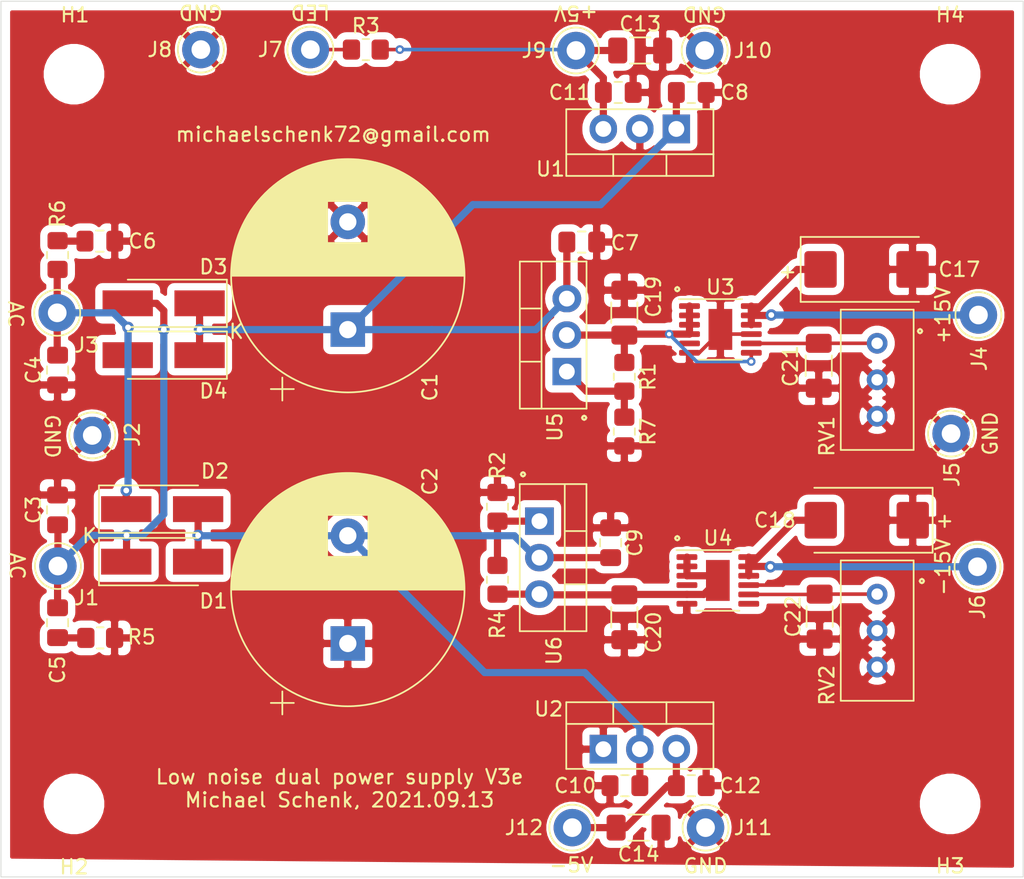
<source format=kicad_pcb>
(kicad_pcb (version 20171130) (host pcbnew "(5.1.10-0-10_14)")
  (layers (0 F.Cu signal) (31 B.Cu signal) (34 B.Paste user) (35 F.Paste user) (36 B.SilkS user) (37 F.SilkS user) (38 B.Mask user) (39 F.Mask user) (44 Edge.Cuts user))
  (net 0 "")
  (net 1 GND)
  (net 2 "Net-(C1-Pad1)")
  (net 3 "Net-(C4-Pad2)")
  (net 4 "Net-(C10-Pad2)")
  (net 5 "Net-(C11-Pad1)")
  (net 6 "Net-(C12-Pad2)")
  (net 7 "Net-(J7-Pad1)")
  (net 8 "Net-(C17-Pad1)")
  (net 9 "Net-(C18-Pad2)")
  (net 10 "Net-(C3-Pad1)")
  (net 11 "Net-(C5-Pad2)")
  (net 12 "Net-(C6-Pad2)")
  (net 13 "Net-(C19-Pad1)")
  (net 14 "Net-(C20-Pad2)")
  (net 15 "Net-(C21-Pad1)")
  (net 16 "Net-(C22-Pad2)")
  (net 17 "Net-(R1-Pad2)")
  (net 18 "Net-(R2-Pad2)")
  (module Resistor_SMD:R_0805_2012Metric_Pad1.20x1.40mm_HandSolder (layer F.Cu) (at 114.554 68.215 270)
    (fp_text reference R4 (at 3.159 0 90) (layer F.SilkS))
    (fp_text value 270R)
    (pad 2 smd roundrect (at 1 0 270) (size 1.2 1.4) (layers F.Cu F.Paste F.Mask) (roundrect_rratio 0.208333) (net 14 "Net-(C20-Pad2)"))
    (pad 1 smd roundrect (at -1 0 270) (size 1.2 1.4) (layers F.Cu F.Paste F.Mask) (roundrect_rratio 0.208333) (net 18 "Net-(R2-Pad2)"))
  )
  (module Resistor_SMD:R_0805_2012Metric_Pad1.20x1.40mm_HandSolder (layer F.Cu) (at 114.554 63.135 270)
    (fp_text reference R2 (at -2.8735 0 90) (layer F.SilkS))
    (fp_text value 3k3)
    (pad 2 smd roundrect (at 1 0 270) (size 1.2 1.4) (layers F.Cu F.Paste F.Mask) (roundrect_rratio 0.208333) (net 18 "Net-(R2-Pad2)"))
    (pad 1 smd roundrect (at -1 0 270) (size 1.2 1.4) (layers F.Cu F.Paste F.Mask) (roundrect_rratio 0.208333) (net 1 GND))
  )
  (module Package_TO_SOT_THT:TO-220-3_Vertical (layer F.Cu) (at 117.475 64.135 270)
    (fp_text reference U6 (at 9.017 -1.016 90) (layer F.SilkS))
    (fp_text value LM337_TO220)
    (pad 3 thru_hole oval (at 5.08 0 270) (size 1.905 2) (drill 1.1) (layers *.Cu *.Mask) (net 14 "Net-(C20-Pad2)"))
    (pad 2 thru_hole oval (at 2.54 0 270) (size 1.905 2) (drill 1.1) (layers *.Cu *.Mask) (net 4 "Net-(C10-Pad2)"))
    (pad 1 thru_hole rect (at 0 0 270) (size 1.905 2) (drill 1.1) (layers *.Cu *.Mask) (net 18 "Net-(R2-Pad2)"))
  )
  (module Package_TO_SOT_THT:TO-220-3_Vertical (layer F.Cu) (at 119.38 53.721 90)
    (fp_text reference U5 (at -3.8735 -0.8255 90) (layer F.SilkS))
    (fp_text value LM317_TO-220)
    (pad 3 thru_hole oval (at 5.08 0 90) (size 1.905 2) (drill 1.1) (layers *.Cu *.Mask) (net 2 "Net-(C1-Pad1)"))
    (pad 2 thru_hole oval (at 2.54 0 90) (size 1.905 2) (drill 1.1) (layers *.Cu *.Mask) (net 13 "Net-(C19-Pad1)"))
    (pad 1 thru_hole rect (at 0 0 90) (size 1.905 2) (drill 1.1) (layers *.Cu *.Mask) (net 17 "Net-(R1-Pad2)"))
  )
  (module Resistor_SMD:R_0805_2012Metric_Pad1.20x1.40mm_HandSolder (layer F.Cu) (at 123.3805 57.896 270)
    (fp_text reference R7 (at 0 -1.65 90) (layer F.SilkS))
    (fp_text value 3k3)
    (pad 2 smd roundrect (at 1 0 270) (size 1.2 1.4) (layers F.Cu F.Paste F.Mask) (roundrect_rratio 0.208333) (net 1 GND))
    (pad 1 smd roundrect (at -1 0 270) (size 1.2 1.4) (layers F.Cu F.Paste F.Mask) (roundrect_rratio 0.208333) (net 17 "Net-(R1-Pad2)"))
  )
  (module Resistor_SMD:R_0805_2012Metric_Pad1.20x1.40mm_HandSolder (layer F.Cu) (at 123.3805 54.086 270)
    (fp_text reference R1 (at 0 -1.65 90) (layer F.SilkS))
    (fp_text value 270R)
    (pad 2 smd roundrect (at 1 0 270) (size 1.2 1.4) (layers F.Cu F.Paste F.Mask) (roundrect_rratio 0.208333) (net 17 "Net-(R1-Pad2)"))
    (pad 1 smd roundrect (at -1 0 270) (size 1.2 1.4) (layers F.Cu F.Paste F.Mask) (roundrect_rratio 0.208333) (net 13 "Net-(C19-Pad1)"))
  )
  (module Capacitor_SMD:C_1206_3216Metric_Pad1.33x1.80mm_HandSolder (layer F.Cu) (at 124.3715 85.471 180)
    (fp_text reference C14 (at 0 -1.85) (layer F.SilkS))
    (fp_text value 10uF/25V)
    (pad 2 smd roundrect (at 1.5625 0 180) (size 1.325 1.8) (layers F.Cu F.Paste F.Mask) (roundrect_rratio 0.1886784905660377) (net 6 "Net-(C12-Pad2)"))
    (pad 1 smd roundrect (at -1.5625 0 180) (size 1.325 1.8) (layers F.Cu F.Paste F.Mask) (roundrect_rratio 0.1886784905660377) (net 1 GND))
  )
  (module Capacitor_SMD:C_1206_3216Metric_Pad1.33x1.80mm_HandSolder (layer F.Cu) (at 124.485 31.369)
    (fp_text reference C13 (at 0 -1.85) (layer F.SilkS))
    (fp_text value 10uF/25V)
    (pad 2 smd roundrect (at 1.5625 0) (size 1.325 1.8) (layers F.Cu F.Paste F.Mask) (roundrect_rratio 0.1886784905660377) (net 1 GND))
    (pad 1 smd roundrect (at -1.5625 0) (size 1.325 1.8) (layers F.Cu F.Paste F.Mask) (roundrect_rratio 0.1886784905660377) (net 5 "Net-(C11-Pad1)"))
  )
  (module Capacitor_SMD:C_0805_2012Metric_Pad1.18x1.45mm_HandSolder (layer F.Cu) (at 122.9575 34.29)
    (fp_text reference C11 (at -3.387 0) (layer F.SilkS))
    (fp_text value 100nF)
    (pad 2 smd roundrect (at 1.0375 0) (size 1.175 1.45) (layers F.Cu F.Paste F.Mask) (roundrect_rratio 0.2127659574468085) (net 1 GND))
    (pad 1 smd roundrect (at -1.0375 0) (size 1.175 1.45) (layers F.Cu F.Paste F.Mask) (roundrect_rratio 0.2127659574468085) (net 5 "Net-(C11-Pad1)"))
  )
  (module Resistor_SMD:R_0805_2012Metric_Pad1.20x1.40mm_HandSolder (layer F.Cu) (at 83.947 45.609 270)
    (fp_text reference R6 (at -2.8735 0 90) (layer F.SilkS))
    (fp_text value Rs/1/8W)
    (pad 2 smd roundrect (at 1 0 270) (size 1.2 1.4) (layers F.Cu F.Paste F.Mask) (roundrect_rratio 0.2083325) (net 3 "Net-(C4-Pad2)"))
    (pad 1 smd roundrect (at -1 0 270) (size 1.2 1.4) (layers F.Cu F.Paste F.Mask) (roundrect_rratio 0.2083325) (net 12 "Net-(C6-Pad2)"))
  )
  (module Resistor_SMD:R_0805_2012Metric_Pad1.20x1.40mm_HandSolder (layer F.Cu) (at 86.9155 72.263)
    (fp_text reference R5 (at 2.8735 -0.0635) (layer F.SilkS))
    (fp_text value Rs/1/8W)
    (pad 2 smd roundrect (at 1 0) (size 1.2 1.4) (layers F.Cu F.Paste F.Mask) (roundrect_rratio 0.2083325) (net 1 GND))
    (pad 1 smd roundrect (at -1 0) (size 1.2 1.4) (layers F.Cu F.Paste F.Mask) (roundrect_rratio 0.2083325) (net 11 "Net-(C5-Pad2)"))
  )
  (module Capacitor_SMD:C_1206_3216Metric_Pad1.33x1.80mm_HandSolder (layer F.Cu) (at 136.9695 70.7775 90)
    (fp_text reference C22 (at 0 -1.85 90) (layer F.SilkS))
    (fp_text value 4.7uF/25V)
    (pad 2 smd roundrect (at 1.5625 0 90) (size 1.325 1.8) (layers F.Cu F.Paste F.Mask) (roundrect_rratio 0.1886784905660377) (net 16 "Net-(C22-Pad2)"))
    (pad 1 smd roundrect (at -1.5625 0 90) (size 1.325 1.8) (layers F.Cu F.Paste F.Mask) (roundrect_rratio 0.1886784905660377) (net 1 GND))
  )
  (module Capacitor_SMD:C_1206_3216Metric_Pad1.33x1.80mm_HandSolder (layer F.Cu) (at 136.906 53.315 270)
    (fp_text reference C21 (at 0.025 1.9685 90) (layer F.SilkS))
    (fp_text value 4.7uF/25V)
    (pad 2 smd roundrect (at 1.5625 0 270) (size 1.325 1.8) (layers F.Cu F.Paste F.Mask) (roundrect_rratio 0.1886784905660377) (net 1 GND))
    (pad 1 smd roundrect (at -1.5625 0 270) (size 1.325 1.8) (layers F.Cu F.Paste F.Mask) (roundrect_rratio 0.1886784905660377) (net 15 "Net-(C21-Pad1)"))
  )
  (module Capacitor_SMD:C_1206_3216Metric_Pad1.33x1.80mm_HandSolder (layer F.Cu) (at 123.3805 70.8275 90)
    (fp_text reference C20 (at -1.0545 2.032 90) (layer F.SilkS))
    (fp_text value 4.7uF/25V)
    (pad 2 smd roundrect (at 1.5625 0 90) (size 1.325 1.8) (layers F.Cu F.Paste F.Mask) (roundrect_rratio 0.1886784905660377) (net 14 "Net-(C20-Pad2)"))
    (pad 1 smd roundrect (at -1.5625 0 90) (size 1.325 1.8) (layers F.Cu F.Paste F.Mask) (roundrect_rratio 0.1886784905660377) (net 1 GND))
  )
  (module Capacitor_SMD:C_1206_3216Metric_Pad1.33x1.80mm_HandSolder (layer F.Cu) (at 123.3805 49.6185 90)
    (fp_text reference C19 (at 1.1045 2.032 90) (layer F.SilkS))
    (fp_text value 4.7uF/25V)
    (pad 2 smd roundrect (at 1.5625 0 90) (size 1.325 1.8) (layers F.Cu F.Paste F.Mask) (roundrect_rratio 0.1886784905660377) (net 1 GND))
    (pad 1 smd roundrect (at -1.5625 0 90) (size 1.325 1.8) (layers F.Cu F.Paste F.Mask) (roundrect_rratio 0.1886784905660377) (net 13 "Net-(C19-Pad1)"))
  )
  (module Capacitor_SMD:C_0805_2012Metric_Pad1.18x1.45mm_HandSolder (layer F.Cu) (at 122.428 65.6375 270)
    (fp_text reference C9 (at 0 -1.68 90) (layer F.SilkS))
    (fp_text value 330nF)
    (pad 2 smd roundrect (at 1.0375 0 270) (size 1.175 1.45) (layers F.Cu F.Paste F.Mask) (roundrect_rratio 0.2127659574468085) (net 4 "Net-(C10-Pad2)"))
    (pad 1 smd roundrect (at -1.0375 0 270) (size 1.175 1.45) (layers F.Cu F.Paste F.Mask) (roundrect_rratio 0.2127659574468085) (net 1 GND))
  )
  (module Capacitor_SMD:C_0805_2012Metric_Pad1.18x1.45mm_HandSolder (layer F.Cu) (at 120.4175 44.704)
    (fp_text reference C7 (at 3.006 0.0635) (layer F.SilkS))
    (fp_text value 330nF)
    (pad 2 smd roundrect (at 1.0375 0) (size 1.175 1.45) (layers F.Cu F.Paste F.Mask) (roundrect_rratio 0.2127659574468085) (net 1 GND))
    (pad 1 smd roundrect (at -1.0375 0) (size 1.175 1.45) (layers F.Cu F.Paste F.Mask) (roundrect_rratio 0.2127659574468085) (net 2 "Net-(C1-Pad1)"))
  )
  (module Capacitor_SMD:C_0805_2012Metric_Pad1.18x1.45mm_HandSolder (layer F.Cu) (at 86.8895 44.6405 180)
    (fp_text reference C6 (at -2.963 0) (layer F.SilkS))
    (fp_text value Cs/50V)
    (pad 2 smd roundrect (at 1.0375 0 180) (size 1.175 1.45) (layers F.Cu F.Paste F.Mask) (roundrect_rratio 0.2127659574468085) (net 12 "Net-(C6-Pad2)"))
    (pad 1 smd roundrect (at -1.0375 0 180) (size 1.175 1.45) (layers F.Cu F.Paste F.Mask) (roundrect_rratio 0.2127659574468085) (net 1 GND))
  )
  (module Capacitor_SMD:C_0805_2012Metric_Pad1.18x1.45mm_HandSolder (layer F.Cu) (at 83.947 71.205 270)
    (fp_text reference C5 (at 3.2805 0 90) (layer F.SilkS))
    (fp_text value Cs/50V)
    (pad 2 smd roundrect (at 1.0375 0 270) (size 1.175 1.45) (layers F.Cu F.Paste F.Mask) (roundrect_rratio 0.2127659574468085) (net 11 "Net-(C5-Pad2)"))
    (pad 1 smd roundrect (at -1.0375 0 270) (size 1.175 1.45) (layers F.Cu F.Paste F.Mask) (roundrect_rratio 0.2127659574468085) (net 10 "Net-(C3-Pad1)"))
  )
  (module Capacitor_SMD:C_0805_2012Metric_Pad1.18x1.45mm_HandSolder (layer F.Cu) (at 83.947 53.6155 90)
    (fp_text reference C4 (at 0 -1.68 90) (layer F.SilkS))
    (fp_text value Cx/10nF/50V)
    (pad 2 smd roundrect (at 1.0375 0 90) (size 1.175 1.45) (layers F.Cu F.Paste F.Mask) (roundrect_rratio 0.2127659574468085) (net 3 "Net-(C4-Pad2)"))
    (pad 1 smd roundrect (at -1.0375 0 90) (size 1.175 1.45) (layers F.Cu F.Paste F.Mask) (roundrect_rratio 0.2127659574468085) (net 1 GND))
  )
  (module Capacitor_SMD:C_0805_2012Metric_Pad1.18x1.45mm_HandSolder (layer F.Cu) (at 83.947 63.3515 90)
    (fp_text reference C3 (at 0 -1.68 90) (layer F.SilkS))
    (fp_text value Cx/10nF/50V)
    (pad 2 smd roundrect (at 1.0375 0 90) (size 1.175 1.45) (layers F.Cu F.Paste F.Mask) (roundrect_rratio 0.2127659574468085) (net 1 GND))
    (pad 1 smd roundrect (at -1.0375 0 90) (size 1.175 1.45) (layers F.Cu F.Paste F.Mask) (roundrect_rratio 0.2127659574468085) (net 10 "Net-(C3-Pad1)"))
  )
  (module Capacitor_Tantalum_SMD:CP_EIA-7343-31_Kemet-D_Pad2.25x2.55mm_HandSolder (layer F.Cu) (at 140.2465 64.0715 180)
    (fp_text reference C18 (at 6.3885 0) (layer F.SilkS))
    (fp_text value 33uF)
    (pad 2 smd roundrect (at 3.2 0 180) (size 2.25 2.55) (layers F.Cu F.Paste F.Mask) (roundrect_rratio 0.1111106666666667) (net 9 "Net-(C18-Pad2)"))
    (pad 1 smd roundrect (at -3.2 0 180) (size 2.25 2.55) (layers F.Cu F.Paste F.Mask) (roundrect_rratio 0.1111106666666667) (net 1 GND))
  )
  (module Capacitor_Tantalum_SMD:CP_EIA-7343-31_Kemet-D_Pad2.25x2.55mm_HandSolder (layer F.Cu) (at 140.233 46.609)
    (fp_text reference C17 (at 6.452 0) (layer F.SilkS))
    (fp_text value 33uF)
    (pad 2 smd roundrect (at 3.2 0) (size 2.25 2.55) (layers F.Cu F.Paste F.Mask) (roundrect_rratio 0.1111106666666667) (net 1 GND))
    (pad 1 smd roundrect (at -3.2 0) (size 2.25 2.55) (layers F.Cu F.Paste F.Mask) (roundrect_rratio 0.1111106666666667) (net 8 "Net-(C17-Pad1)"))
  )
  (module Package_TO_SOT_THT:TO-220-3_Vertical (layer F.Cu) (at 121.92 80.01)
    (fp_text reference U2 (at -3.81 -2.794) (layer F.SilkS))
    (fp_text value LM7905_TO220)
    (pad 3 thru_hole oval (at 5.08 0) (size 1.905 2) (drill 1.1) (layers *.Cu *.Mask) (net 6 "Net-(C12-Pad2)"))
    (pad 2 thru_hole oval (at 2.54 0) (size 1.905 2) (drill 1.1) (layers *.Cu *.Mask) (net 4 "Net-(C10-Pad2)"))
    (pad 1 thru_hole rect (at 0 0) (size 1.905 2) (drill 1.1) (layers *.Cu *.Mask) (net 1 GND))
  )
  (module Package_TO_SOT_THT:TO-220-3_Vertical (layer F.Cu) (at 127 36.83 180)
    (fp_text reference U1 (at 8.763 -2.794) (layer F.SilkS))
    (fp_text value LM7805_TO220)
    (pad 3 thru_hole oval (at 5.08 0 180) (size 1.905 2) (drill 1.1) (layers *.Cu *.Mask) (net 5 "Net-(C11-Pad1)"))
    (pad 2 thru_hole oval (at 2.54 0 180) (size 1.905 2) (drill 1.1) (layers *.Cu *.Mask) (net 1 GND))
    (pad 1 thru_hole rect (at 0 0 180) (size 1.905 2) (drill 1.1) (layers *.Cu *.Mask) (net 2 "Net-(C1-Pad1)"))
  )
  (module Diode_SMD:D_SMA_Handsoldering (layer F.Cu) (at 91.3276 52.578 180)
    (fp_text reference D4 (at -3.4652 -2.5) (layer F.SilkS))
    (fp_text value BYG20D)
    (pad 2 smd rect (at 2.5 0 180) (size 3.5 1.8) (layers F.Cu F.Paste F.Mask) (net 3 "Net-(C4-Pad2)"))
    (pad 1 smd rect (at -2.5 0 180) (size 3.5 1.8) (layers F.Cu F.Paste F.Mask) (net 2 "Net-(C1-Pad1)"))
  )
  (module Diode_SMD:D_SMA_Handsoldering (layer F.Cu) (at 91.3276 48.9712 180)
    (fp_text reference D3 (at -3.4652 2.54) (layer F.SilkS))
    (fp_text value BYG20D)
    (pad 2 smd rect (at 2.5 0 180) (size 3.5 1.8) (layers F.Cu F.Paste F.Mask) (net 10 "Net-(C3-Pad1)"))
    (pad 1 smd rect (at -2.5 0 180) (size 3.5 1.8) (layers F.Cu F.Paste F.Mask) (net 2 "Net-(C1-Pad1)"))
  )
  (module Diode_SMD:D_SMA_Handsoldering (layer F.Cu) (at 91.226 63.2968)
    (fp_text reference D2 (at 3.6684 -2.6416) (layer F.SilkS))
    (fp_text value BYG20D)
    (pad 2 smd rect (at 2.5 0) (size 3.5 1.8) (layers F.Cu F.Paste F.Mask) (net 4 "Net-(C10-Pad2)"))
    (pad 1 smd rect (at -2.5 0) (size 3.5 1.8) (layers F.Cu F.Paste F.Mask) (net 3 "Net-(C4-Pad2)"))
  )
  (module Diode_SMD:D_SMA_Handsoldering (layer F.Cu) (at 91.226 66.9544)
    (fp_text reference D1 (at 3.5668 2.7432) (layer F.SilkS))
    (fp_text value BYG20D)
    (pad 2 smd rect (at 2.5 0) (size 3.5 1.8) (layers F.Cu F.Paste F.Mask) (net 4 "Net-(C10-Pad2)"))
    (pad 1 smd rect (at -2.5 0) (size 3.5 1.8) (layers F.Cu F.Paste F.Mask) (net 10 "Net-(C3-Pad1)"))
  )
  (module Package_SO:MSOP-12-1EP_3x4mm_P0.65mm_EP1.65x2.85mm (layer F.Cu) (at 129.8866 68.2619)
    (fp_text reference U4 (at 0 -2.95) (layer F.SilkS))
    (fp_text value LT3094xMSE)
    (pad 13 smd rect (at 0 0) (size 1.65 2.85) (layers F.Cu F.Mask) (net 14 "Net-(C20-Pad2)"))
    (pad 12 smd roundrect (at 2.15 -1.625) (size 1.45 0.4) (layers F.Cu F.Paste F.Mask) (net 9 "Net-(C18-Pad2)"))
    (pad 11 smd roundrect (at 2.15 -0.975) (size 1.45 0.4) (layers F.Cu F.Paste F.Mask) (net 9 "Net-(C18-Pad2)"))
    (pad 10 smd roundrect (at 2.15 -0.325) (size 1.45 0.4) (layers F.Cu F.Paste F.Mask) (net 9 "Net-(C18-Pad2)"))
    (pad 9 smd roundrect (at 2.15 0.325) (size 1.45 0.4) (layers F.Cu F.Paste F.Mask) (net 1 GND))
    (pad 8 smd roundrect (at 2.15 0.975) (size 1.45 0.4) (layers F.Cu F.Paste F.Mask) (net 16 "Net-(C22-Pad2)"))
    (pad 7 smd roundrect (at 2.15 1.625) (size 1.45 0.4) (layers F.Cu F.Paste F.Mask))
    (pad 6 smd roundrect (at -2.15 1.625) (size 1.45 0.4) (layers F.Cu F.Paste F.Mask) (net 1 GND))
    (pad 5 smd roundrect (at -2.15 0.975) (size 1.45 0.4) (layers F.Cu F.Paste F.Mask) (net 14 "Net-(C20-Pad2)"))
    (pad 4 smd roundrect (at -2.15 0.325) (size 1.45 0.4) (layers F.Cu F.Paste F.Mask))
    (pad 3 smd roundrect (at -2.15 -0.325) (size 1.45 0.4) (layers F.Cu F.Paste F.Mask) (net 14 "Net-(C20-Pad2)"))
    (pad 2 smd roundrect (at -2.15 -0.975) (size 1.45 0.4) (layers F.Cu F.Paste F.Mask) (net 14 "Net-(C20-Pad2)"))
    (pad 1 smd roundrect (at -2.15 -1.625) (size 1.45 0.4) (layers F.Cu F.Paste F.Mask) (net 14 "Net-(C20-Pad2)"))
  )
  (module Capacitor_THT:CP_Radial_D16.0mm_P7.50mm (layer F.Cu) (at 104.14 72.651 90)
    (fp_text reference C2 (at 11.2846 5.715 90) (layer F.SilkS))
    (fp_text value 2200uF)
    (pad 2 thru_hole circle (at 7.5 0 90) (size 2.4 2.4) (drill 1.2) (layers *.Cu *.Mask) (net 4 "Net-(C10-Pad2)"))
    (pad 1 thru_hole rect (at 0 0 90) (size 2.4 2.4) (drill 1.2) (layers *.Cu *.Mask) (net 1 GND))
  )
  (module Capacitor_THT:CP_Radial_D16.0mm_P7.50mm (layer F.Cu) (at 104.14 50.8 90)
    (fp_text reference C1 (at -4.0132 5.715 90) (layer F.SilkS))
    (fp_text value 2200uF)
    (pad 2 thru_hole circle (at 7.5 0 90) (size 2.4 2.4) (drill 1.2) (layers *.Cu *.Mask) (net 1 GND))
    (pad 1 thru_hole rect (at 0 0 90) (size 2.4 2.4) (drill 1.2) (layers *.Cu *.Mask) (net 2 "Net-(C1-Pad1)"))
  )
  (module Resistor_SMD:R_0805_2012Metric_Pad1.20x1.40mm_HandSolder (layer F.Cu) (at 105.394 31.3055)
    (fp_text reference R3 (at 0 -1.65) (layer F.SilkS))
    (fp_text value 240R)
    (pad 2 smd roundrect (at 1 0) (size 1.2 1.4) (layers F.Cu F.Paste F.Mask) (roundrect_rratio 0.2083325) (net 5 "Net-(C11-Pad1)"))
    (pad 1 smd roundrect (at -1 0) (size 1.2 1.4) (layers F.Cu F.Paste F.Mask) (roundrect_rratio 0.2083325) (net 7 "Net-(J7-Pad1)"))
  )
  (module Connector_Pin:Pin_D1.3mm_L11.0mm (layer F.Cu) (at 119.761 85.471)
    (fp_text reference J12 (at -3.3655 0) (layer F.SilkS))
    (fp_text value -5V)
    (pad 1 thru_hole circle (at 0 0) (size 2.6 2.6) (drill 1.3) (layers *.Cu *.Mask) (net 6 "Net-(C12-Pad2)"))
  )
  (module Connector_Pin:Pin_D1.3mm_L11.0mm (layer F.Cu) (at 129.032 85.471)
    (fp_text reference J11 (at 3.302 0) (layer F.SilkS))
    (fp_text value GND)
    (pad 1 thru_hole circle (at 0 0) (size 2.6 2.6) (drill 1.3) (layers *.Cu *.Mask) (net 1 GND))
  )
  (module Connector_Pin:Pin_D1.3mm_L11.0mm (layer F.Cu) (at 128.9685 31.369)
    (fp_text reference J10 (at 3.3655 0) (layer F.SilkS))
    (fp_text value GND)
    (pad 1 thru_hole circle (at 0 0) (size 2.6 2.6) (drill 1.3) (layers *.Cu *.Mask) (net 1 GND))
  )
  (module Connector_Pin:Pin_D1.3mm_L11.0mm (layer F.Cu) (at 120.015 31.369)
    (fp_text reference J9 (at -2.921 0 180) (layer F.SilkS))
    (fp_text value +5V)
    (pad 1 thru_hole circle (at 0 0) (size 2.6 2.6) (drill 1.3) (layers *.Cu *.Mask) (net 5 "Net-(C11-Pad1)"))
  )
  (module Connector_Pin:Pin_D1.3mm_L11.0mm (layer F.Cu) (at 93.9165 31.3055)
    (fp_text reference J8 (at -2.8575 0) (layer F.SilkS))
    (fp_text value GND)
    (pad 1 thru_hole circle (at 0 0) (size 2.6 2.6) (drill 1.3) (layers *.Cu *.Mask) (net 1 GND))
  )
  (module Connector_Pin:Pin_D1.3mm_L11.0mm (layer F.Cu) (at 101.5365 31.3055)
    (fp_text reference J7 (at -2.794 0) (layer F.SilkS))
    (fp_text value LED)
    (pad 1 thru_hole circle (at 0 0) (size 2.6 2.6) (drill 1.3) (layers *.Cu *.Mask) (net 7 "Net-(J7-Pad1)"))
  )
  (module Capacitor_SMD:C_0805_2012Metric_Pad1.18x1.45mm_HandSolder (layer F.Cu) (at 128.0375 82.55 180)
    (fp_text reference C12 (at -3.4075 0) (layer F.SilkS))
    (fp_text value 100nF)
    (pad 2 smd roundrect (at 1.0375 0 180) (size 1.175 1.45) (layers F.Cu F.Paste F.Mask) (roundrect_rratio 0.2127659574468085) (net 6 "Net-(C12-Pad2)"))
    (pad 1 smd roundrect (at -1.0375 0 180) (size 1.175 1.45) (layers F.Cu F.Paste F.Mask) (roundrect_rratio 0.2127659574468085) (net 1 GND))
  )
  (module Capacitor_SMD:C_0805_2012Metric_Pad1.18x1.45mm_HandSolder (layer F.Cu) (at 123.4225 82.55)
    (fp_text reference C10 (at -3.471 0) (layer F.SilkS))
    (fp_text value 330nF)
    (pad 2 smd roundrect (at 1.0375 0) (size 1.175 1.45) (layers F.Cu F.Paste F.Mask) (roundrect_rratio 0.2127659574468085) (net 4 "Net-(C10-Pad2)"))
    (pad 1 smd roundrect (at -1.0375 0) (size 1.175 1.45) (layers F.Cu F.Paste F.Mask) (roundrect_rratio 0.2127659574468085) (net 1 GND))
  )
  (module Capacitor_SMD:C_0805_2012Metric_Pad1.18x1.45mm_HandSolder (layer F.Cu) (at 128.0375 34.29)
    (fp_text reference C8 (at 3.0265 0) (layer F.SilkS))
    (fp_text value 330nF)
    (pad 2 smd roundrect (at 1.0375 0) (size 1.175 1.45) (layers F.Cu F.Paste F.Mask) (roundrect_rratio 0.2127659574468085) (net 1 GND))
    (pad 1 smd roundrect (at -1.0375 0) (size 1.175 1.45) (layers F.Cu F.Paste F.Mask) (roundrect_rratio 0.2127659574468085) (net 2 "Net-(C1-Pad1)"))
  )
  (module Potentiometer_THT:Potentiometer_Bourns_3296W_Vertical (layer F.Cu) (at 140.97 69.215 90)
    (fp_text reference RV2 (at -6.35 -3.4925 90) (layer F.SilkS))
    (fp_text value 200k)
    (pad 3 thru_hole circle (at -5.08 0 90) (size 1.44 1.44) (drill 0.8) (layers *.Cu *.Mask) (net 1 GND))
    (pad 2 thru_hole circle (at -2.54 0 90) (size 1.44 1.44) (drill 0.8) (layers *.Cu *.Mask) (net 1 GND))
    (pad 1 thru_hole circle (at 0 0 90) (size 1.44 1.44) (drill 0.8) (layers *.Cu *.Mask) (net 16 "Net-(C22-Pad2)"))
  )
  (module Package_SO:MSOP-12-1EP_3x4mm_P0.65mm_EP1.65x2.85mm (layer F.Cu) (at 130.0644 50.7879)
    (fp_text reference U3 (at 0 -2.95) (layer F.SilkS))
    (fp_text value LT3045xMSE)
    (pad 13 smd rect (at 0 0) (size 1.65 2.85) (layers F.Cu F.Mask) (net 1 GND))
    (pad 12 smd roundrect (at 2.15 -1.625) (size 1.45 0.4) (layers F.Cu F.Paste F.Mask) (net 8 "Net-(C17-Pad1)"))
    (pad 11 smd roundrect (at 2.15 -0.975) (size 1.45 0.4) (layers F.Cu F.Paste F.Mask) (net 8 "Net-(C17-Pad1)"))
    (pad 10 smd roundrect (at 2.15 -0.325) (size 1.45 0.4) (layers F.Cu F.Paste F.Mask) (net 8 "Net-(C17-Pad1)"))
    (pad 9 smd roundrect (at 2.15 0.325) (size 1.45 0.4) (layers F.Cu F.Paste F.Mask) (net 1 GND))
    (pad 8 smd roundrect (at 2.15 0.975) (size 1.45 0.4) (layers F.Cu F.Paste F.Mask) (net 15 "Net-(C21-Pad1)"))
    (pad 7 smd roundrect (at 2.15 1.625) (size 1.45 0.4) (layers F.Cu F.Paste F.Mask) (net 13 "Net-(C19-Pad1)"))
    (pad 6 smd roundrect (at -2.15 1.625) (size 1.45 0.4) (layers F.Cu F.Paste F.Mask) (net 1 GND))
    (pad 5 smd roundrect (at -2.15 0.975) (size 1.45 0.4) (layers F.Cu F.Paste F.Mask))
    (pad 4 smd roundrect (at -2.15 0.325) (size 1.45 0.4) (layers F.Cu F.Paste F.Mask) (net 13 "Net-(C19-Pad1)"))
    (pad 3 smd roundrect (at -2.15 -0.325) (size 1.45 0.4) (layers F.Cu F.Paste F.Mask) (net 13 "Net-(C19-Pad1)"))
    (pad 2 smd roundrect (at -2.15 -0.975) (size 1.45 0.4) (layers F.Cu F.Paste F.Mask) (net 13 "Net-(C19-Pad1)"))
    (pad 1 smd roundrect (at -2.15 -1.625) (size 1.45 0.4) (layers F.Cu F.Paste F.Mask) (net 13 "Net-(C19-Pad1)"))
  )
  (module Potentiometer_THT:Potentiometer_Bourns_3296W_Vertical (layer F.Cu) (at 140.97 51.7525 90)
    (fp_text reference RV1 (at -6.477 -3.4925 90) (layer F.SilkS))
    (fp_text value 200k)
    (pad 3 thru_hole circle (at -5.08 0 90) (size 1.44 1.44) (drill 0.8) (layers *.Cu *.Mask) (net 1 GND))
    (pad 2 thru_hole circle (at -2.54 0 90) (size 1.44 1.44) (drill 0.8) (layers *.Cu *.Mask) (net 1 GND))
    (pad 1 thru_hole circle (at 0 0 90) (size 1.44 1.44) (drill 0.8) (layers *.Cu *.Mask) (net 15 "Net-(C21-Pad1)"))
  )
  (module Connector_Pin:Pin_D1.3mm_L11.0mm (layer F.Cu) (at 147.955 67.31)
    (fp_text reference J6 (at 0 2.794 90) (layer F.SilkS))
    (fp_text value -15V)
    (pad 1 thru_hole circle (at 0 0) (size 2.6 2.6) (drill 1.3) (layers *.Cu *.Mask) (net 9 "Net-(C18-Pad2)"))
  )
  (module Connector_Pin:Pin_D1.3mm_L11.0mm (layer F.Cu) (at 146.1135 58.039)
    (fp_text reference J5 (at 0.0635 2.8575 90) (layer F.SilkS))
    (fp_text value GND)
    (pad 1 thru_hole circle (at 0 0) (size 2.6 2.6) (drill 1.3) (layers *.Cu *.Mask) (net 1 GND))
  )
  (module Connector_Pin:Pin_D1.3mm_L11.0mm (layer F.Cu) (at 148.0185 49.784)
    (fp_text reference J4 (at 0.0635 3.048 90) (layer F.SilkS))
    (fp_text value +15V)
    (pad 1 thru_hole circle (at 0 0) (size 2.6 2.6) (drill 1.3) (layers *.Cu *.Mask) (net 8 "Net-(C17-Pad1)"))
  )
  (module Connector_Pin:Pin_D1.3mm_L11.0mm (layer F.Cu) (at 83.9216 49.6316)
    (fp_text reference J3 (at 2.0574 2.2479 180) (layer F.SilkS))
    (fp_text value AC)
    (pad 1 thru_hole circle (at 0 0) (size 2.6 2.6) (drill 1.3) (layers *.Cu *.Mask) (net 3 "Net-(C4-Pad2)"))
  )
  (module Connector_Pin:Pin_D1.3mm_L11.0mm (layer F.Cu) (at 86.36 58.166)
    (fp_text reference J2 (at 2.794 -0.0635 270) (layer F.SilkS))
    (fp_text value GND)
    (pad 1 thru_hole circle (at 0 0) (size 2.6 2.6) (drill 1.3) (layers *.Cu *.Mask) (net 1 GND))
  )
  (module Connector_Pin:Pin_D1.3mm_L11.0mm (layer F.Cu) (at 83.9724 67.2592)
    (fp_text reference J1 (at 2.0066 2.2098) (layer F.SilkS))
    (fp_text value AC)
    (pad 1 thru_hole circle (at 0 0) (size 2.6 2.6) (drill 1.3) (layers *.Cu *.Mask) (net 10 "Net-(C3-Pad1)"))
  )
  (module MountingHole:MountingHole_3.2mm_M3 (layer F.Cu) (at 146.05 33.02)
    (fp_text reference H4 (at 0 -4.1275) (layer F.SilkS))
    (fp_text value MountingHole)
    (pad 1 np_thru_hole circle (at 0 0) (size 3.2 3.2) (drill 3.2) (layers *.Cu *.Mask))
  )
  (module MountingHole:MountingHole_3.2mm_M3 (layer F.Cu) (at 146.05 83.82)
    (fp_text reference H3 (at 0 4.318) (layer F.SilkS))
    (fp_text value MountingHole)
    (pad 1 np_thru_hole circle (at 0 0) (size 3.2 3.2) (drill 3.2) (layers *.Cu *.Mask))
  )
  (module MountingHole:MountingHole_3.2mm_M3 (layer F.Cu) (at 85.09 83.82)
    (fp_text reference H2 (at 0 4.3815) (layer F.SilkS))
    (fp_text value MountingHole)
    (pad 1 np_thru_hole circle (at 0 0) (size 3.2 3.2) (drill 3.2) (layers *.Cu *.Mask))
  )
  (module MountingHole:MountingHole_3.2mm_M3 (layer F.Cu) (at 85.09 33.02)
    (fp_text reference H1 (at 0.0635 -4.1275) (layer F.SilkS))
    (fp_text value MountingHole)
    (pad 1 np_thru_hole circle (at 0 0) (size 3.2 3.2) (drill 3.2) (layers *.Cu *.Mask))
  )
  (gr_text ° (at 116.332 61.2775) (layer F.SilkS) (effects (font (size 1 1))))
  (gr_text ° (at 120.5865 57.3405) (layer F.SilkS) (effects (font (size 1 1))))
  (gr_text + (at 145.669 64.0715) (layer F.SilkS) (effects (font (size 1 1))))
  (gr_text + (at 134.747 46.736) (layer F.SilkS) (effects (font (size 1 1))))
  (gr_text ° (at 144.0815 68.707) (layer F.SilkS) (effects (font (size 1 1))))
  (gr_text ° (at 143.9545 51.308) (layer F.SilkS) (effects (font (size 1 1))))
  (gr_text ° (at 127.0635 65.7225) (layer F.SilkS) (effects (font (size 1 1))))
  (gr_text ° (at 127.0635 48.387) (layer F.SilkS) (effects (font (size 1 1))))
  (gr_text K (at 86.1695 65.151) (layer F.SilkS) (effects (font (size 1 1))))
  (gr_text K (at 96.393 50.927) (layer F.SilkS) (effects (font (size 1 1))))
  (gr_text "Low noise dual power supply V3e\nMichael Schenk, 2021.09.13" (at 103.5685 82.7405) (layer F.SilkS) (effects (font (size 1 1))))
  (gr_text GND (at 128.9685 28.829 180) (layer F.SilkS) (effects (font (size 1 1))))
  (gr_text +5V (at 120.015 28.7655 180) (layer F.SilkS) (effects (font (size 1 1))))
  (gr_text -5V (at 119.6975 88.0745) (layer F.SilkS) (effects (font (size 1 1))))
  (gr_text GND (at 129.032 88.138) (layer F.SilkS) (effects (font (size 1 1))))
  (gr_text GND (at 93.9165 28.702 180) (layer F.SilkS) (effects (font (size 1 1))))
  (gr_text LED (at 101.5365 28.702 180) (layer F.SilkS) (effects (font (size 1 1))))
  (gr_line (start 80.01 27.94) (end 80.01 88.9) (layer Edge.Cuts) (width 0.05))
  (gr_line (start 151.13 27.94) (end 80.01 27.94) (layer Edge.Cuts) (width 0.05))
  (gr_line (start 151.13 88.9) (end 151.13 27.94) (layer Edge.Cuts) (width 0.05))
  (gr_line (start 80.01 88.9) (end 151.13 88.9) (layer Edge.Cuts) (width 0.05))
  (gr_text michaelschenk72@gmail.com (at 103.124 37.211) (layer F.SilkS) (effects (font (size 1 1))))
  (gr_text GND (at 83.566 58.2295 270) (layer F.SilkS) (effects (font (size 1 1))))
  (gr_text AC (at 81.1276 67.2592 270) (layer F.SilkS) (effects (font (size 1 1))))
  (gr_text AC (at 81.026 49.7332 270) (layer F.SilkS) (effects (font (size 1 1))))
  (gr_text -15V (at 145.542 67.31 90) (layer F.SilkS) (effects (font (size 1 1))))
  (gr_text GND (at 148.844 58.039 90) (layer F.SilkS) (effects (font (size 1 1))))
  (gr_text +15V (at 145.542 49.784 90) (layer F.SilkS) (effects (font (size 1 1))))
  (segment (start 130.0644 50.9879) (end 130.0644 50.7879) (width 0.25) (layer F.Cu) (net 1))
  (segment (start 130.3894 51.1129) (end 130.0644 50.7879) (width 0.25) (layer F.Cu) (net 1))
  (segment (start 132.2144 51.1129) (end 130.3894 51.1129) (width 0.25) (layer F.Cu) (net 1))
  (segment (start 130.0644 50.938958) (end 130.0644 50.7879) (width 0.25) (layer F.Cu) (net 1))
  (segment (start 128.590458 52.4129) (end 130.0644 50.938958) (width 0.25) (layer F.Cu) (net 1))
  (segment (start 127.9144 52.4129) (end 128.590458 52.4129) (width 0.25) (layer F.Cu) (net 1))
  (segment (start 127.7112 69.96231) (end 127.7366 69.93691) (width 0.5) (layer F.Cu) (net 1))
  (segment (start 132.0805 68.6308) (end 132.0366 68.5869) (width 0.25) (layer F.Cu) (net 1))
  (segment (start 127.7112 71.0692) (end 127.7112 69.96231) (width 0.5) (layer F.Cu) (net 1))
  (segment (start 132.0366 68.5869) (end 134.4226 68.5869) (width 0.25) (layer F.Cu) (net 1))
  (segment (start 134.4226 68.5869) (end 136.5885 66.421) (width 0.25) (layer F.Cu) (net 1))
  (segment (start 93.8276 52.244) (end 93.7984 52.2732) (width 0.5) (layer F.Cu) (net 2))
  (via (at 93.8276 50.8) (size 0.8) (drill 0.4) (layers F.Cu B.Cu) (net 2))
  (segment (start 93.8276 50.8) (end 93.8276 48.9712) (width 0.5) (layer F.Cu) (net 2))
  (segment (start 93.8276 50.8) (end 93.8276 52.578) (width 0.5) (layer F.Cu) (net 2))
  (segment (start 104.14 50.8) (end 109.982 50.8) (width 0.5) (layer B.Cu) (net 2))
  (segment (start 127 36.83) (end 127 34.29) (width 0.5) (layer F.Cu) (net 2))
  (segment (start 104.14 50.8) (end 93.8276 50.8) (width 0.5) (layer B.Cu) (net 2))
  (segment (start 119.38 48.641) (end 119.38 44.704) (width 0.5) (layer F.Cu) (net 2))
  (segment (start 117.221 50.8) (end 119.38 48.641) (width 0.5) (layer B.Cu) (net 2))
  (segment (start 109.982 50.8) (end 117.221 50.8) (width 0.5) (layer B.Cu) (net 2))
  (segment (start 121.7295 42.1005) (end 127 36.83) (width 0.5) (layer B.Cu) (net 2))
  (segment (start 112.8395 42.1005) (end 121.7295 42.1005) (width 0.5) (layer B.Cu) (net 2))
  (segment (start 104.14 50.8) (end 112.8395 42.1005) (width 0.5) (layer B.Cu) (net 2))
  (segment (start 88.726 63.2968) (end 88.726 61.9976) (width 0.5) (layer F.Cu) (net 3))
  (segment (start 87.8332 49.6316) (end 88.8492 50.6476) (width 0.5) (layer B.Cu) (net 3))
  (via (at 88.8492 50.6476) (size 0.8) (drill 0.4) (layers F.Cu B.Cu) (net 3))
  (segment (start 83.9216 49.6316) (end 87.8332 49.6316) (width 0.5) (layer B.Cu) (net 3))
  (segment (start 88.8492 52.5564) (end 88.8276 52.578) (width 0.5) (layer F.Cu) (net 3))
  (segment (start 88.8492 50.6476) (end 88.8492 52.5564) (width 0.5) (layer F.Cu) (net 3))
  (via (at 88.726 61.9976) (size 0.8) (drill 0.4) (layers F.Cu B.Cu) (net 3))
  (segment (start 88.8492 61.8744) (end 88.726 61.9976) (width 0.5) (layer B.Cu) (net 3))
  (segment (start 88.8492 50.6476) (end 88.8492 61.8744) (width 0.5) (layer B.Cu) (net 3))
  (segment (start 83.9216 52.5526) (end 83.947 52.578) (width 0.5) (layer F.Cu) (net 3))
  (segment (start 83.9216 49.6316) (end 83.9216 52.5526) (width 0.5) (layer F.Cu) (net 3))
  (segment (start 83.9216 46.6344) (end 83.947 46.609) (width 0.5) (layer F.Cu) (net 3))
  (segment (start 83.9216 49.6316) (end 83.9216 46.6344) (width 0.5) (layer F.Cu) (net 3))
  (via (at 93.726 65.1256) (size 0.8) (drill 0.4) (layers F.Cu B.Cu) (net 4))
  (segment (start 93.726 65.1256) (end 93.726 63.2968) (width 0.5) (layer F.Cu) (net 4))
  (segment (start 93.726 65.1256) (end 93.726 66.9544) (width 0.5) (layer F.Cu) (net 4))
  (segment (start 124.46 82.55) (end 124.46 80.01) (width 0.5) (layer F.Cu) (net 4))
  (segment (start 93.7514 65.151) (end 93.726 65.1256) (width 0.5) (layer B.Cu) (net 4))
  (segment (start 104.14 65.151) (end 93.7514 65.151) (width 0.5) (layer B.Cu) (net 4))
  (segment (start 122.428 66.675) (end 117.475 66.675) (width 0.5) (layer F.Cu) (net 4))
  (segment (start 117.252498 66.675) (end 115.728498 65.151) (width 0.5) (layer B.Cu) (net 4))
  (segment (start 117.475 66.675) (end 117.252498 66.675) (width 0.5) (layer B.Cu) (net 4))
  (segment (start 115.728498 65.151) (end 104.14 65.151) (width 0.5) (layer B.Cu) (net 4))
  (segment (start 104.14 65.151) (end 113.665 74.676) (width 0.5) (layer B.Cu) (net 4))
  (segment (start 124.46 78.51) (end 124.46 80.01) (width 0.5) (layer B.Cu) (net 4))
  (segment (start 120.626 74.676) (end 124.46 78.51) (width 0.5) (layer B.Cu) (net 4))
  (segment (start 113.665 74.676) (end 120.626 74.676) (width 0.5) (layer B.Cu) (net 4))
  (via (at 107.7595 31.3055) (size 0.6) (drill 0.3) (layers F.Cu B.Cu) (net 5))
  (segment (start 106.394 31.3055) (end 107.7595 31.3055) (width 0.25) (layer F.Cu) (net 5))
  (segment (start 119.9515 31.3055) (end 120.015 31.369) (width 0.25) (layer B.Cu) (net 5))
  (segment (start 107.7595 31.3055) (end 119.9515 31.3055) (width 0.25) (layer B.Cu) (net 5))
  (segment (start 121.92 36.83) (end 121.92 34.29) (width 0.5) (layer F.Cu) (net 5))
  (segment (start 120.015 31.369) (end 122.9225 31.369) (width 0.5) (layer F.Cu) (net 5))
  (segment (start 121.92 34.29) (end 121.92 33.274) (width 0.5) (layer F.Cu) (net 5))
  (segment (start 121.92 33.274) (end 120.015 31.369) (width 0.5) (layer F.Cu) (net 5))
  (segment (start 127 82.55) (end 127 80.01) (width 0.5) (layer F.Cu) (net 6))
  (segment (start 126.3925 82.55) (end 127 82.55) (width 0.5) (layer F.Cu) (net 6))
  (segment (start 123.4715 85.471) (end 126.3925 82.55) (width 0.5) (layer F.Cu) (net 6))
  (segment (start 122.809 85.471) (end 123.4715 85.471) (width 0.5) (layer F.Cu) (net 6))
  (segment (start 122.809 85.471) (end 119.761 85.471) (width 0.5) (layer F.Cu) (net 6))
  (segment (start 104.394 31.3055) (end 101.5365 31.3055) (width 0.25) (layer F.Cu) (net 7))
  (segment (start 132.2144 49.1629) (end 132.2144 50.4629) (width 0.5) (layer F.Cu) (net 8))
  (segment (start 147.9931 49.8094) (end 148.0185 49.784) (width 0.5) (layer B.Cu) (net 8))
  (segment (start 135.4183 46.609) (end 132.2144 49.8129) (width 0.5) (layer F.Cu) (net 8))
  (segment (start 137.033 46.609) (end 135.4183 46.609) (width 0.5) (layer F.Cu) (net 8))
  (via (at 133.604 49.784) (size 0.8) (drill 0.4) (layers F.Cu B.Cu) (net 8))
  (segment (start 133.5751 49.8129) (end 133.604 49.784) (width 0.5) (layer F.Cu) (net 8))
  (segment (start 132.2144 49.8129) (end 133.5751 49.8129) (width 0.5) (layer F.Cu) (net 8))
  (segment (start 133.604 49.784) (end 148.0185 49.784) (width 0.5) (layer B.Cu) (net 8))
  (segment (start 132.0385 67.285) (end 132.0366 67.2869) (width 0.5) (layer F.Cu) (net 9))
  (segment (start 132.0366 66.6369) (end 132.0366 67.9369) (width 0.5) (layer F.Cu) (net 9))
  (segment (start 147.9296 67.2846) (end 147.955 67.31) (width 0.5) (layer B.Cu) (net 9))
  (segment (start 135.252 64.0715) (end 132.0366 67.2869) (width 0.5) (layer F.Cu) (net 9))
  (segment (start 137.0465 64.0715) (end 135.252 64.0715) (width 0.5) (layer F.Cu) (net 9))
  (via (at 133.5405 67.31) (size 0.8) (drill 0.4) (layers F.Cu B.Cu) (net 9))
  (segment (start 133.5174 67.2869) (end 133.5405 67.31) (width 0.5) (layer F.Cu) (net 9))
  (segment (start 132.0366 67.2869) (end 133.5174 67.2869) (width 0.5) (layer F.Cu) (net 9))
  (segment (start 133.5405 67.31) (end 147.955 67.31) (width 0.5) (layer B.Cu) (net 9))
  (segment (start 83.9724 67.2592) (end 86.106 65.1256) (width 0.5) (layer B.Cu) (net 10))
  (via (at 88.7476 65.1256) (size 0.8) (drill 0.4) (layers F.Cu B.Cu) (net 10))
  (segment (start 86.106 65.1256) (end 88.7476 65.1256) (width 0.5) (layer B.Cu) (net 10))
  (segment (start 88.7476 66.9328) (end 88.726 66.9544) (width 0.5) (layer F.Cu) (net 10))
  (segment (start 88.7476 65.1256) (end 88.7476 66.9328) (width 0.5) (layer F.Cu) (net 10))
  (segment (start 88.7476 65.1256) (end 89.8652 65.1256) (width 0.5) (layer B.Cu) (net 10))
  (via (at 91.3384 50.8) (size 0.8) (drill 0.4) (layers F.Cu B.Cu) (net 10))
  (segment (start 91.3384 63.6524) (end 91.3384 50.8) (width 0.5) (layer B.Cu) (net 10))
  (segment (start 89.8652 65.1256) (end 91.3384 63.6524) (width 0.5) (layer B.Cu) (net 10))
  (segment (start 91.3384 50.8) (end 91.3384 49.4792) (width 0.5) (layer F.Cu) (net 10))
  (segment (start 90.8304 48.9712) (end 88.8276 48.9712) (width 0.5) (layer F.Cu) (net 10))
  (segment (start 91.3384 49.4792) (end 90.8304 48.9712) (width 0.5) (layer F.Cu) (net 10))
  (segment (start 83.9724 64.4779) (end 83.8835 64.389) (width 0.5) (layer F.Cu) (net 10))
  (segment (start 83.9724 64.4144) (end 83.947 64.389) (width 0.5) (layer F.Cu) (net 10))
  (segment (start 83.9724 67.2592) (end 83.9724 64.4144) (width 0.5) (layer F.Cu) (net 10))
  (segment (start 83.947 67.2846) (end 83.9724 67.2592) (width 0.5) (layer F.Cu) (net 10))
  (segment (start 83.947 70.1675) (end 83.947 67.2846) (width 0.5) (layer F.Cu) (net 10))
  (segment (start 83.9675 72.263) (end 83.947 72.2425) (width 0.5) (layer F.Cu) (net 11))
  (segment (start 85.9155 72.263) (end 83.9675 72.263) (width 0.5) (layer F.Cu) (net 11))
  (segment (start 83.9785 44.6405) (end 83.947 44.609) (width 0.5) (layer F.Cu) (net 12))
  (segment (start 85.852 44.6405) (end 83.9785 44.6405) (width 0.5) (layer F.Cu) (net 12))
  (via (at 132.207 53.0225) (size 0.6) (drill 0.3) (layers F.Cu B.Cu) (net 13))
  (segment (start 132.2144 53.0151) (end 132.207 53.0225) (width 0.25) (layer F.Cu) (net 13))
  (segment (start 132.2144 52.4129) (end 132.2144 53.0151) (width 0.25) (layer F.Cu) (net 13))
  (segment (start 127.826994 51.200306) (end 127.9144 51.1129) (width 0.25) (layer F.Cu) (net 13))
  (segment (start 127.9098 51.1175) (end 127.9144 51.1129) (width 0.25) (layer F.Cu) (net 13))
  (segment (start 127.9136 49.1621) (end 127.9144 49.1629) (width 0.5) (layer F.Cu) (net 13))
  (segment (start 127.9144 49.1629) (end 127.9144 51.1129) (width 0.5) (layer F.Cu) (net 13))
  (segment (start 123.4486 51.1129) (end 123.3805 51.181) (width 0.5) (layer F.Cu) (net 13))
  (via (at 126.4966 51.1129) (size 0.6) (drill 0.3) (layers F.Cu B.Cu) (net 13))
  (segment (start 132.207 53.0225) (end 128.4062 53.0225) (width 0.25) (layer B.Cu) (net 13))
  (segment (start 128.4062 53.0225) (end 126.4966 51.1129) (width 0.25) (layer B.Cu) (net 13))
  (segment (start 127.9144 51.1129) (end 126.4966 51.1129) (width 0.5) (layer F.Cu) (net 13))
  (segment (start 126.4966 51.1129) (end 123.4486 51.1129) (width 0.5) (layer F.Cu) (net 13))
  (segment (start 119.38 51.181) (end 123.3805 51.181) (width 0.5) (layer F.Cu) (net 13))
  (segment (start 123.3805 53.086) (end 123.3805 51.181) (width 0.5) (layer F.Cu) (net 13))
  (segment (start 127.7366 66.6369) (end 127.7366 67.9369) (width 0.5) (layer F.Cu) (net 14))
  (segment (start 129.56159 67.93689) (end 127.7366 67.93689) (width 0.5) (layer F.Cu) (net 14))
  (segment (start 129.8866 68.2619) (end 129.56159 67.93689) (width 0.5) (layer F.Cu) (net 14))
  (segment (start 128.9116 69.2369) (end 129.8866 68.2619) (width 0.5) (layer F.Cu) (net 14))
  (segment (start 127.7366 69.2369) (end 128.9116 69.2369) (width 0.5) (layer F.Cu) (net 14))
  (segment (start 123.4086 69.2369) (end 123.3805 69.265) (width 0.5) (layer F.Cu) (net 14))
  (segment (start 127.7366 69.2369) (end 123.4086 69.2369) (width 0.5) (layer F.Cu) (net 14))
  (segment (start 117.475 69.215) (end 114.554 69.215) (width 0.5) (layer F.Cu) (net 14))
  (segment (start 117.525 69.265) (end 117.475 69.215) (width 0.5) (layer F.Cu) (net 14))
  (segment (start 123.3805 69.265) (end 117.525 69.265) (width 0.5) (layer F.Cu) (net 14))
  (segment (start 132.2294 51.7779) (end 132.2144 51.7629) (width 0.25) (layer F.Cu) (net 15))
  (segment (start 136.8956 51.7629) (end 136.906 51.7525) (width 0.25) (layer F.Cu) (net 15))
  (segment (start 132.2144 51.7629) (end 136.8956 51.7629) (width 0.25) (layer F.Cu) (net 15))
  (segment (start 136.906 51.7525) (end 140.97 51.7525) (width 0.25) (layer F.Cu) (net 15))
  (segment (start 136.9476 69.2369) (end 136.9695 69.215) (width 0.25) (layer F.Cu) (net 16))
  (segment (start 132.0366 69.2369) (end 136.9476 69.2369) (width 0.25) (layer F.Cu) (net 16))
  (segment (start 136.9695 69.215) (end 140.97 69.215) (width 0.25) (layer F.Cu) (net 16))
  (segment (start 123.3805 56.896) (end 123.3805 55.086) (width 0.5) (layer F.Cu) (net 17))
  (segment (start 120.745 55.086) (end 119.38 53.721) (width 0.5) (layer F.Cu) (net 17))
  (segment (start 123.3805 55.086) (end 120.745 55.086) (width 0.5) (layer F.Cu) (net 17))
  (segment (start 114.554 67.215) (end 114.554 64.135) (width 0.5) (layer F.Cu) (net 18))
  (segment (start 114.554 64.135) (end 117.475 64.135) (width 0.5) (layer F.Cu) (net 18))
  (zone (net 1) (net_name GND) (layer F.Cu) (connect_pads (clearance 0.508)) (min_thickness 0.254) (fill yes (arc_segments 32) (thermal_gap 0.508) (thermal_bridge_width 0.508))
    (polygon (pts (xy 150.495 88.265) (xy 80.645 87.63) (xy 80.645 28.575) (xy 150.495 28.575)))
  )
)
</source>
